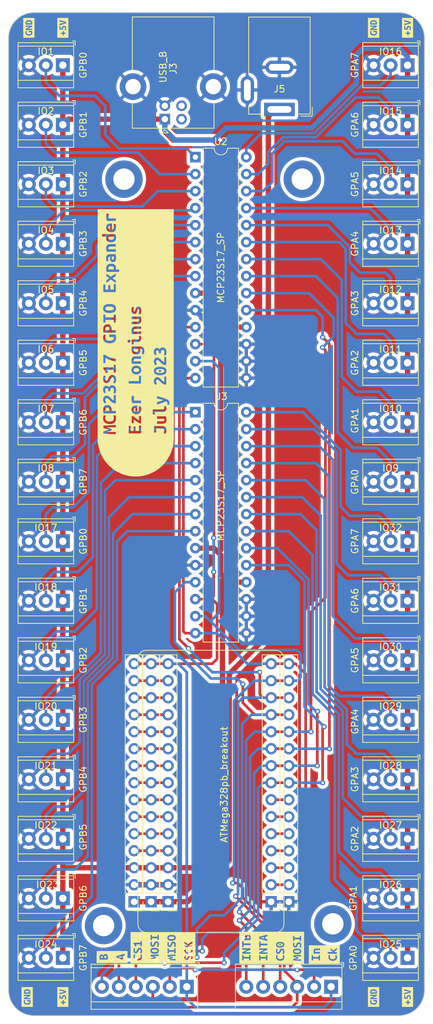
<source format=kicad_pcb>
(kicad_pcb (version 20221018) (generator pcbnew)
  (layers (0 "F.Cu" signal) (31 "B.Cu" signal) (34 "B.Paste" user) (35 "F.Paste" user) (36 "B.SilkS" user "B.Silkscreen") (37 "F.SilkS" user "F.Silkscreen") (38 "B.Mask" user) (39 "F.Mask" user) (44 "Edge.Cuts" user))
  (net 0 "")
  (net 1 "+5V")
  (net 2 "Net-(IO1-Pin_2)")
  (net 3 "GND")
  (net 4 "Net-(IO2-Pin_2)")
  (net 5 "Net-(IO3-Pin_2)")
  (net 6 "Net-(IO4-Pin_2)")
  (net 7 "Net-(IO5-Pin_2)")
  (net 8 "Net-(IO6-Pin_2)")
  (net 9 "Net-(IO7-Pin_2)")
  (net 10 "Net-(IO8-Pin_2)")
  (net 11 "Net-(IO9-Pin_2)")
  (net 12 "Net-(IO10-Pin_2)")
  (net 13 "Net-(IO11-Pin_2)")
  (net 14 "Net-(IO12-Pin_2)")
  (net 15 "Net-(IO13-Pin_2)")
  (net 16 "Net-(IO14-Pin_2)")
  (net 17 "Net-(IO15-Pin_2)")
  (net 18 "Net-(IO16-Pin_2)")
  (net 19 "Net-(IO17-Pin_2)")
  (net 20 "Net-(IO18-Pin_2)")
  (net 21 "Net-(IO19-Pin_2)")
  (net 22 "Net-(IO20-Pin_2)")
  (net 23 "Net-(IO21-Pin_2)")
  (net 24 "Net-(IO22-Pin_2)")
  (net 25 "Net-(IO23-Pin_2)")
  (net 26 "Net-(IO24-Pin_2)")
  (net 27 "Net-(IO25-Pin_2)")
  (net 28 "Net-(IO26-Pin_2)")
  (net 29 "Net-(IO27-Pin_2)")
  (net 30 "Net-(IO28-Pin_2)")
  (net 31 "Net-(IO29-Pin_2)")
  (net 32 "Net-(IO30-Pin_2)")
  (net 33 "Net-(IO31-Pin_2)")
  (net 34 "Net-(IO32-Pin_2)")
  (net 35 "SCK")
  (net 36 "MISO")
  (net 37 "MOSI")
  (net 38 "CS1")
  (net 39 "INTA1")
  (net 40 "INTB1")
  (net 41 "CS0")
  (net 42 "INTA0")
  (net 43 "INTB0")
  (net 46 "Net-(J4-Pin_2)")
  (net 47 "Net-(J4-Pin_3)")
  (net 48 "Net-(J4-Pin_4)")
  (net 49 "Net-(J4-Pin_5)")
  (net 50 "Net-(J4-Pin_6)")
  (net 51 "Net-(J4-Pin_7)")
  (net 52 "Net-(J6-Pin_4)")
  (net 53 "Net-(J6-Pin_5)")
  (net 54 "Net-(J6-Pin_6)")
  (net 55 "Net-(J6-Pin_7)")
  (net 56 "Net-(J6-Pin_8)")
  (net 57 "Net-(J6-Pin_9)")
  (net 58 "Net-(J6-Pin_10)")
  (net 59 "Net-(J6-Pin_11)")
  (net 60 "Net-(J6-Pin_12)")
  (net 61 "Net-(J6-Pin_13)")
  (net 62 "Net-(J6-Pin_14)")
  (net 63 "VIN")
  (footprint "MountingHole:MountingHole_3.2mm_M3_DIN965_Pad" (layer "F.Cu") (at 116.332 52.832)
    (fp_text reference "H2")
    (fp_text value "MountingHole")
  )
  (footprint "TerminalBlock_TE-Connectivity:TerminalBlock_TE_282834-3_1x03_P2.54mm_Horizontal" (layer "F.Cu") (at 132.08 62.484 180)
    (fp_text reference "IO13")
    (fp_text value "GPA4")
  )
  (footprint "kibuzzard-64B05998" (layer "F.Cu") (at 91.4146 77.2922 90)
    (fp_text reference "kibuzzard-64B05998" hide)
    (fp_text value "G***" hide)
  )
  (footprint "TerminalBlock_TE-Connectivity:TerminalBlock_TE_282834-3_1x03_P2.54mm_Horizontal" (layer "F.Cu") (at 132.08 80.264 180)
    (fp_text reference "IO11")
    (fp_text value "GPA2")
  )
  (footprint "TerminalBlock_TE-Connectivity:TerminalBlock_TE_282834-3_1x03_P2.54mm_Horizontal" (layer "F.Cu") (at 80.518 160.274 180)
    (fp_text reference "IO23")
    (fp_text value "GPB6")
  )
  (footprint "TerminalBlock_TE-Connectivity:TerminalBlock_TE_282834-3_1x03_P2.54mm_Horizontal" (layer "F.Cu") (at 80.518 53.594 180)
    (fp_text reference "IO3")
    (fp_text value "GPB2")
  )
  (footprint "MountingHole:MountingHole_3.2mm_M3_DIN965_Pad" (layer "F.Cu") (at 86.614 164.338)
    (fp_text reference "H3")
    (fp_text value "MountingHole")
  )
  (footprint "Connector_PinHeader_2.54mm:PinHeader_1x15_P2.54mm_Vertical" (layer "F.Cu") (at 91.186 160.782 180)
    (fp_text reference "J7")
    (fp_text value "Conn_01x15_Male")
  )
  (footprint "TerminalBlock_TE-Connectivity:TerminalBlock_TE_282834-3_1x03_P2.54mm_Horizontal" (layer "F.Cu") (at 80.518 62.484 180)
    (fp_text reference "IO4")
    (fp_text value "GPB3")
  )
  (footprint "TerminalBlock_TE-Connectivity:TerminalBlock_TE_282834-3_1x03_P2.54mm_Horizontal" (layer "F.Cu") (at 80.518 124.714 180)
    (fp_text reference "IO19")
    (fp_text value "GPB2")
  )
  (footprint "TerminalBlock_TE-Connectivity:TerminalBlock_TE_282834-3_1x03_P2.54mm_Horizontal" (layer "F.Cu") (at 132.08 98.044 180)
    (fp_text reference "IO9")
    (fp_text value "GPA0")
  )
  (footprint "TerminalBlock_TE-Connectivity:TerminalBlock_TE_282834-3_1x03_P2.54mm_Horizontal" (layer "F.Cu") (at 80.518 44.704 180)
    (fp_text reference "IO2")
    (fp_text value "GPB1")
  )
  (footprint "TerminalBlock_TE-Connectivity:TerminalBlock_TE_282834-3_1x03_P2.54mm_Horizontal" (layer "F.Cu") (at 132.08 106.934 180)
    (fp_text reference "IO32")
    (fp_text value "GPA7")
  )
  (footprint "TerminalBlock_TE-Connectivity:TerminalBlock_TE_282834-3_1x03_P2.54mm_Horizontal" (layer "F.Cu") (at 132.08 35.814 180)
    (fp_text reference "IO16")
    (fp_text value "GPA7")
  )
  (footprint "TerminalBlock_TE-Connectivity:TerminalBlock_TE_282834-3_1x03_P2.54mm_Horizontal" (layer "F.Cu") (at 132.08 151.384 180)
    (fp_text reference "IO27")
    (fp_text value "GPA2")
  )
  (footprint "TerminalBlock_TE-Connectivity:TerminalBlock_TE_282834-3_1x03_P2.54mm_Horizontal" (layer "F.Cu") (at 80.518 106.934 180)
    (fp_text reference "IO17")
    (fp_text value "GPB0")
  )
  (footprint "kibuzzard-64B05493" (layer "F.Cu") (at 80.518 30.226 90)
    (fp_text reference "kibuzzard-64B05493" hide)
    (fp_text value "G***" hide)
  )
  (footprint "TerminalBlock_TE-Connectivity:TerminalBlock_TE_282834-3_1x03_P2.54mm_Horizontal" (layer "F.Cu") (at 132.08 133.604 180)
    (fp_text reference "IO29")
    (fp_text value "GPA4")
  )
  (footprint "TerminalBlock_TE-Connectivity:TerminalBlock_TE_282834-3_1x03_P2.54mm_Horizontal" (layer "F.Cu") (at 80.518 35.814 180)
    (fp_text reference "IO1")
    (fp_text value "GPB0")
  )
  (footprint "TerminalBlock_TE-Connectivity:TerminalBlock_TE_282834-3_1x03_P2.54mm_Horizontal" (layer "F.Cu") (at 80.518 115.824 180)
    (fp_text reference "IO18")
    (fp_text value "GPB1")
  )
  (footprint "kibuzzard-64B05493" (layer "F.Cu") (at 80.518 175.006 90)
    (fp_text reference "kibuzzard-64B05493" hide)
    (fp_text value "G***" hide)
  )
  (footprint "kibuzzard-64B056E4" (layer "F.Cu") (at 111.76 167.64 90)
    (fp_text reference "kibuzzard-64B056E4" hide)
    (fp_text value "G***" hide)
  )
  (footprint "TerminalBlock_TE-Connectivity:TerminalBlock_TE_282834-3_1x03_P2.54mm_Horizontal" (layer "F.Cu") (at 80.518 71.374 180)
    (fp_text reference "IO5")
    (fp_text value "GPB4")
  )
  (footprint "TerminalBlock_TE-Connectivity:TerminalBlock_TE_282834-3_1x03_P2.54mm_Horizontal" (layer "F.Cu") (at 80.518 98.044 180)
    (fp_text reference "IO8")
    (fp_text value "GPB7")
  )
  (footprint "EzerLonginus:ATMega328pb_breakout" (layer "F.Cu") (at 102.6695 143.5354 180)
    (fp_text reference "U1")
    (fp_text value "ATMega328pb_breakout")
  )
  (footprint "TerminalBlock_TE-Connectivity:TerminalBlock_TE_282834-6_1x06_P2.54mm_Horizontal" (layer "F.Cu") (at 99.06 173.482 180)
    (fp_text reference "J1")
    (fp_text value "Screw_Terminal_01x06")
  )
  (footprint "Connector_PinHeader_2.54mm:PinHeader_1x15_P2.54mm_Vertical" (layer "F.Cu") (at 96.266 160.782 180)
    (fp_text reference "J6")
    (fp_text value "Conn_01x15_Male")
  )
  (footprint "TerminalBlock_TE-Connectivity:TerminalBlock_TE_282834-3_1x03_P2.54mm_Horizontal" (layer "F.Cu") (at 80.518 89.154 180)
    (fp_text reference "IO7")
    (fp_text value "GPB6")
  )
  (footprint "kibuzzard-64B0572C" (layer "F.Cu") (at 87.884 169.037 90)
    (fp_text reference "kibuzzard-64B0572C" hide)
    (fp_text value "G***" hide)
  )
  (footprint "kibuzzard-64B05466" (layer "F.Cu") (at 75.438 30.226 90)
    (fp_text reference "kibuzzard-64B05466" hide)
    (fp_text value "G***" hide)
  )
  (footprint "kibuzzard-64B0570E" (layer "F.Cu") (at 95.504 167.64 90)
    (fp_text reference "kibuzzard-64B0570E" hide)
    (fp_text value "G***" hide)
  )
  (footprint "TerminalBlock_TE-Connectivity:TerminalBlock_TE_282834-3_1x03_P2.54mm_Horizontal" (layer "F.Cu") (at 132.08 169.164 180)
    (fp_text reference "IO25")
    (fp_text value "GPA0")
  )
  (footprint "TerminalBlock_TE-Connectivity:TerminalBlock_TE_282834-6_1x06_P2.54mm_Horizontal" (layer "F.Cu") (at 120.65 173.482 180)
    (fp_text reference "J2")
    (fp_text value "Screw_Terminal_01x06")
  )
  (footprint "TerminalBlock_TE-Connectivity:TerminalBlock_TE_282834-3_1x03_P2.54mm_Horizontal" (layer "F.Cu") (at 80.518 142.494 180)
    (fp_text reference "IO21")
    (fp_text value "GPB4")
  )
  (footprint "Package_DIP:DIP-28_W7.62mm" (layer "F.Cu") (at 100.34 87.64)
    (fp_text reference "U3")
    (fp_text value "MCP23S17_SP")
  )
  (footprint "Package_DIP:DIP-28_W7.62mm" (layer "F.Cu") (at 100.34 49.54)
    (fp_text reference "U2")
    (fp_text value "MCP23S17_SP")
  )
  (footprint "kibuzzard-64B0577B" (layer "F.Cu") (at 119.634 168.656 90)
    (fp_text reference "kibuzzard-64B0577B" hide)
    (fp_text value "G***" hide)
  )
  (footprint "TerminalBlock_TE-Connectivity:TerminalBlock_TE_282834-3_1x03_P2.54mm_Horizontal" (layer "F.Cu") (at 132.08 115.824 180)
    (fp_text reference "IO31")
    (fp_text value "GPA6")
  )
  (footprint "TerminalBlock_TE-Connectivity:TerminalBlock_TE_282834-3_1x03_P2.54mm_Horizontal" (layer "F.Cu") (at 80.518 169.164 180)
    (fp_text reference "IO24")
    (fp_text value "GPB7")
  )
  (footprint "TerminalBlock_TE-Connectivity:TerminalBlock_TE_282834-3_1x03_P2.54mm_Horizontal" (layer "F.Cu") (at 132.08 53.594 180)
    (fp_text reference "IO14")
    (fp_text value "GPA5")
  )
  (footprint "TerminalBlock_TE-Connectivity:TerminalBlock_TE_282834-3_1x03_P2.54mm_Horizontal" (layer "F.Cu") (at 132.08 44.704 180)
    (fp_text reference "IO15")
    (fp_text value "GPA6")
  )
  (footprint "Connector_BarrelJack:BarrelJack_GCT_DCJ200-10-A_Horizontal" (layer "F.Cu") (at 112.918 42.418 180)
    (fp_text reference "J5")
    (fp_text value "Barrel_Jack_Switch")
  )
  (footprint "kibuzzard-64B054A6" (layer "F.Cu") (at 75.184 175.006 90)
    (fp_text reference "kibuzzard-64B054A6" hide)
    (fp_text value "G***" hide)
  )
  (footprint "TerminalBlock_TE-Connectivity:TerminalBlock_TE_282834-3_1x03_P2.54mm_Horizontal" (layer "F.Cu") (at 132.08 71.374 180)
    (fp_text reference "IO12")
    (fp_text value "GPA3")
  )
  (footprint "kibuzzard-64B054A6" (layer "F.Cu") (at 127 175.006 90)
    (fp_text reference "kibuzzard-64B054A6" hide)
    (fp_text value "G***" hide)
  )
  (footprint "kibuzzard-64B054A6" (layer "F.Cu") (at 127 30.226 90)
    (fp_text reference "kibuzzard-64B054A6" hide)
    (fp_text value "G***" hide)
  )
  (footprint "kibuzzard-64B05493" (layer "F.Cu") (at 132.08 175.006 90)
    (fp_text reference "kibuzzard-64B05493" hide)
    (fp_text value "G***" hide)
  )
  (footprint "TerminalBlock_TE-Connectivity:TerminalBlock_TE_282834-3_1x03_P2.54mm_Horizontal" (layer "F.Cu") (at 132.08 142.494 180)
    (fp_text reference "IO28")
    (fp_text value "GPA3")
  )
  (footprint "Connector_PinHeader_2.54mm:PinHeader_1x15_P2.54mm_Vertical" (layer "F.Cu") (at 114.316 160.782 180)
    (fp_text reference "J4")
    (fp_text value "Conn_01x15_Male")
  )
  (footprint "TerminalBlock_TE-Connectivity:TerminalBlock_TE_282834-3_1x03_P2.54mm_Horizontal" (layer "F.Cu") (at 80.518 133.604 180)
    (fp_text reference "IO20")
    (fp_text value "GPB3")
  )
  (footprint "TerminalBlock_TE-Connectivity:TerminalBlock_TE_282834-3_1x03_P2.54mm_Horizontal" (layer "F.Cu") (at 132.08 124.714 180)
    (fp_text reference "IO30")
    (fp_text value "GPA5")
  )
  (footprint "kibuzzard-64B05493" (layer "F.Cu") (at 132.08 30.226 90)
    (fp_text reference "kibuzzard-64B05493" hide)
    (fp_text value "G***" hide)
  )
  (footprint "MountingHole:MountingHole_3.2mm_M3_DIN965_Pad" (layer "F.Cu") (at 120.904 164.084)
    (fp_text reference "H4")
    (fp_text value "MountingHole")
  )
  (footprint "TerminalBlock_TE-Connectivity:TerminalBlock_TE_282834-3_1x03_P2.54mm_Horizontal" (layer "F.Cu") (at 132.08 89.154 180)
    (fp_text reference "IO10")
    (fp_text value "GPA1")
  )
  (footprint "MountingHole:MountingHole_3.2mm_M3_DIN965_Pad" (layer "F.Cu") (at 89.662 52.832)
    (fp_text reference "H1")
    (fp_text value "MountingHole")
  )
  (footprint "Connector_USB:USB_B_Lumberg_2411_02_Horizontal" (layer "F.Cu") (at 95.778 43.8715 90)
    (fp_text reference "J3")
    (fp_text value "USB_B")
  )
  (footprint "TerminalBlock_TE-Connectivity:TerminalBlock_TE_282834-3_1x03_P2.54mm_Horizontal" (layer "F.Cu") (at 132.08 160.274 180)
    (fp_text reference "IO26")
    (fp_text value "GPA1")
  )
  (footprint "TerminalBlock_TE-Connectivity:TerminalBlock_TE_282834-3_1x03_P2.54mm_Horizontal" (layer "F.Cu") (at 80.518 80.264 180)
    (fp_text reference "IO6")
    (fp_text value "GPB5")
  )
  (footprint "TerminalBlock_TE-Connectivity:TerminalBlock_TE_282834-3_1x03_P2.54mm_Horizontal" (layer "F.Cu") (at 80.518 151.384 180)
    (fp_text reference "IO22")
    (fp_text value "GPB5")
  )
  (gr_line (start 134.62 173.99) (end 134.62 31.75) (stroke (width 0.1)) (layer "Edge.Cuts"))
  (gr_arc (start 134.62 173.99) (mid 133.504077 176.684077) (end 130.81 177.8) (stroke (width 0.1)) (layer "Edge.Cuts"))
  (gr_line (start 130.81 27.94) (end 76.2 27.94) (stroke (width 0.1)) (layer "Edge.Cuts"))
  (gr_line (start 76.2 177.8) (end 130.81 177.8) (stroke (width 0.1)) (layer "Edge.Cuts"))
  (gr_arc (start 130.81 27.94) (mid 133.504077 29.055923) (end 134.62 31.75) (stroke (width 0.1)) (layer "Edge.Cuts"))
  (gr_line (start 72.39 31.75) (end 72.39 173.99) (stroke (width 0.1)) (layer "Edge.Cuts"))
  (gr_arc (start 76.2 177.8) (mid 73.505923 176.684077) (end 72.39 173.99) (stroke (width 0.1)) (layer "Edge.Cuts"))
  (gr_arc (start 72.39 31.75) (mid 73.505923 29.055923) (end 76.2 27.94) (stroke (width 0.1)) (layer "Edge.Cuts"))
  (segment (start 132.08 53.594) (end 132.08 62.484) (width 0.8) (layer "F.Cu") (net 1))
  (segment (start 132.08 35.814) (end 132.08 44.704) (width 0.8) (layer "F.Cu") (net 1))
  (segment (start 95.778 43.8715) (end 95.778 45.74) (width 0.8) (layer "F.Cu") (net 1))
  (segment (start 104.14 74.422) (end 104.658 74.94) (width 0.8) (layer "F.Cu") (net 1))
  (segment (start 132.08 44.704) (end 132.08 53.594) (width 0.8) (layer "F.Cu") (net 1))
  (segment (start 104.658 74.94) (end 107.96 74.94) (width 0.8) (layer "F.Cu") (net 1))
  (segment (start 80.518 142.494) (end 80.518 133.604) (width 0.8) (layer "F.Cu") (net 1))
  (segment (start 81.3505 43.8715) (end 80.518 44.704) (width 0.8) (layer "F.Cu") (net 1))
  (segment (start 80.518 80.264) (end 80.518 89.154) (width 0.8) (layer "F.Cu") (net 1))
  (segment (start 80.518 106.934) (end 80.518 115.824) (width 0.8) (layer "F.Cu") (net 1))
  (segment (start 103.124 46.99) (end 104.14 48.006) (width 0.8) (layer "F.Cu") (net 1))
  (segment (start 103.759 108.585) (end 104.14 108.204) (width 0.8) (layer "F.Cu") (net 1))
  (segment (start 103.886 74.168) (end 104.14 74.422) (width 0.8) (layer "F.Cu") (net 1))
  (segment (start 97.028 46.99) (end 103.124 46.99) (width 0.8) (layer "F.Cu") (net 1))
  (segment (start 103.759 108.585) (end 104.14 108.966) (width 0.8) (layer "F.Cu") (net 1))
  (segment (start 104.394 154.178) (end 104.394 112.776) (width 0.8) (layer "F.Cu") (net 1))
  (segment (start 80.518 151.384) (end 80.518 142.494) (width 0.8) (layer "F.Cu") (net 1))
  (segment (start 96.266 155.702) (end 102.87 155.702) (width 0.8) (layer "F.Cu") (net 1))
  (segment (start 100.34 107.96) (end 103.134 107.96) (width 0.8) (layer "F.Cu") (net 1))
  (segment (start 80.518 169.164) (end 80.518 160.274) (width 0.8) (layer "F.Cu") (net 1))
  (segment (start 100.34 69.86) (end 102.88 69.86) (width 0.8) (layer "F.Cu") (net 1))
  (segment (start 103.886 70.866) (end 103.886 74.168) (width 0.8) (layer "F.Cu") (net 1))
  (segment (start 80.518 62.484) (end 80.518 71.374) (width 0.8) (layer "F.Cu") (net 1))
  (segment (start 132.08 106.934) (end 132.08 115.824) (width 0.8) (layer "F.Cu") (net 1))
  (segment (start 103.505 70.485) (end 103.886 70.866) (width 0.8) (layer "F.Cu") (net 1))
  (segment (start 96.266 155.702) (end 93.716 155.702) (width 0.8) (layer "F.Cu") (net 1))
  (segment (start 132.08 98.044) (end 132.08 106.934) (width 0.8) (layer "F.Cu") (net 1))
  (segment (start 132.08 151.384) (end 132.08 160.274) (width 0.8) (layer "F.Cu") (net 1))
  (segment (start 104.14 108.204) (end 104.14 74.422) (width 0.8) (layer "F.Cu") (net 1))
  (segment (start 104.14 111.76) (end 104.775 112.395) (width 0.8) (layer "F.Cu") (net 1))
  (segment (start 93.716 155.702) (end 91.186 155.702) (width 0.8) (layer "F.Cu") (net 1))
  (segment (start 104.14 108.966) (end 104.14 111.76) (width 0.8) (layer "F.Cu") (net 1))
  (segment (start 132.08 124.714) (end 132.08 133.604) (width 0.8) (layer "F.Cu") (net 1))
  (segment (start 104.14 69.85) (end 103.505 70.485) (width 0.8) (layer "F.Cu") (net 1))
  (segment (start 132.08 71.374) (end 132.08 80.264) (width 0.8) (layer "F.Cu") (net 1))
  (segment (start 105.42 113.04) (end 107.96 113.04) (width 0.8) (layer "F.Cu") (net 1))
  (segment (start 132.08 142.494) (end 132.08 151.384) (width 0.8) (layer "F.Cu") (net 1))
  (segment (start 80.518 124.714) (end 80.518 115.824) (width 0.8) (layer "F.Cu") (net 1))
  (segment (start 102.87 155.702) (end 104.394 154.178) (width 0.8) (layer "F.Cu") (net 1))
  (segment (start 80.518 35.814) (end 80.518 44.704) (width 0.8) (layer "F.Cu") (net 1))
  (segment (start 102.88 69.86) (end 103.505 70.485) (width 0.8) (layer "F.Cu") (net 1))
  (segment (start 95.778 43.8715) (end 81.3505 43.8715) (width 0.8) (layer "F.Cu") (net 1))
  (segment (start 91.186 155.702) (end 80.518 155.702) (width 0.8) (layer "F.Cu") (net 1))
  (segment (start 80.518 53.594) (end 80.518 62.484) (width 0.8) (layer "F.Cu") (net 1))
  (segment (start 80.518 98.044) (end 80.518 106.934) (width 0.8) (layer "F.Cu") (net 1))
  (segment (start 80.518 155.702) (end 80.518 151.384) (width 0.8) (layer "F.Cu") (net 1))
  (segment (start 132.08 89.154) (end 132.08 98.044) (width 0.8) (layer "F.Cu") (net 1))
  (segment (start 132.08 160.274) (end 132.08 169.164) (width 0.8) (layer "F.Cu") (net 1))
  (segment (start 104.14 48.006) (end 104.14 69.85) (width 0.8) (layer "F.Cu") (net 1))
  (segment (start 80.518 71.374) (end 80.518 80.264) (width 0.8) (layer "F.Cu") (net 1))
  (segment (start 80.518 160.274) (end 80.518 155.702) (width 0.8) (layer "F.Cu") (net 1))
  (segment (start 95.778 45.74) (end 97.028 46.99) (width 0.8) (layer "F.Cu") (net 1))
  (segment (start 132.08 62.484) (end 132.08 71.374) (width 0.8) (layer "F.Cu") (net 1))
  (segment (start 80.518 98.044) (end 80.518 89.154) (width 0.8) (layer "F.Cu") (net 1))
  (segment (start 103.134 107.96) (end 103.759 108.585) (width 0.8) (layer "F.Cu") (net 1))
  (segment (start 132.08 115.824) (end 132.08 124.714) (width 0.8) (layer "F.Cu") (net 1))
  (segment (start 104.394 112.776) (end 104.775 112.395) (width 0.8) (layer "F.Cu") (net 1))
  (segment (start 80.518 44.704) (end 80.518 53.594) (width 0.8) (layer "F.Cu") (net 1))
  (segment (start 104.775 112.395) (end 105.42 113.04) (width 0.8) (layer "F.Cu") (net 1))
  (segment (start 132.08 133.604) (end 132.08 142.494) (width 0.8) (layer "F.Cu") (net 1))
  (segment (start 132.08 80.264) (end 132.08 89.154) (width 0.8) (layer "F.Cu") (net 1))
  (segment (start 80.518 133.604) (end 80.518 124.714) (width 0.8) (layer "F.Cu") (net 1))
  (segment (start 124.46 38.492629) (end 117.77863 45.174) (width 0.8) (layer "B.Cu") (net 1))
  (segment (start 117.77863 45.174) (end 104.94 45.174) (width 0.8) (layer "B.Cu") (net 1))
  (segment (start 97.282 46.99) (end 95.778 45.486) (width 0.8) (layer "B.Cu") (net 1))
  (segment (start 124.46 34.29) (end 124.46 38.492629) (width 0.8) (layer "B.Cu") (net 1))
  (segment (start 104.94 45.174) (end 103.124 46.99) (width 0.8) (layer "B.Cu") (net 1))
  (segment (start 130.81 33.274) (end 125.476 33.274) (width 0.8) (layer "B.Cu") (net 1))
  (segment (start 132.08 35.814) (end 132.08 34.544) (width 0.8) (layer "B.Cu") (net 1))
  (segment (start 125.476 33.274) (end 124.46 34.29) (width 0.8) (layer "B.Cu") (net 1))
  (segment (start 132.08 34.544) (end 130.81 33.274) (width 0.8) (layer "B.Cu") (net 1))
  (segment (start 95.778 45.486) (end 95.778 43.8715) (width 0.8) (layer "B.Cu") (net 1))
  (segment (start 103.124 46.99) (end 97.282 46.99) (width 0.8) (layer "B.Cu") (net 1))
  (segment (start 99.06 48.26) (end 88.9 48.26) (width 0.4) (layer "B.Cu") (net 2))
  (segment (start 86.868 46.228) (end 86.868 41.91) (width 0.4) (layer "B.Cu") (net 2))
  (segment (start 77.978 38.354) (end 77.978 35.814) (width 0.4) (layer "B.Cu") (net 2))
  (segment (start 85.344 40.386) (end 80.01 40.386) (width 0.4) (layer "B.Cu") (net 2))
  (segment (start 88.9 48.26) (end 86.868 46.228) (width 0.4) (layer "B.Cu") (net 2))
  (segment (start 86.868 41.91) (end 85.344 40.386) (width 0.4) (layer "B.Cu") (net 2))
  (segment (start 100.34 49.54) (end 99.06 48.26) (width 0.4) (layer "B.Cu") (net 2))
  (segment (start 80.01 40.386) (end 77.978 38.354) (width 0.4) (layer "B.Cu") (net 2))
  (segment (start 91.186 158.242) (end 93.716 158.242) (width 0.8) (layer "F.Cu") (net 3))
  (segment (start 93.716 158.242) (end 96.266 158.242) (width 0.8) (layer "F.Cu") (net 3))
  (segment (start 105.42 77.48) (end 100.34 72.4) (width 0.8) (layer "B.Cu") (net 3))
  (segment (start 107.96 77.48) (end 105.42 77.48) (width 0.8) (layer "B.Cu") (net 3))
  (segment (start 95.006 52.08) (end 91.786 48.86) (width 0.4) (layer "B.Cu") (net 4))
  (segment (start 95.006 52.08) (end 100.34 52.08) (width 0.4) (layer "B.Cu") (net 4))
  (segment (start 91.786 48.86) (end 79.34 48.86) (width 0.4) (layer "B.Cu") (net 4))
  (segment (start 77.978 44.704) (end 77.978 47.498) (width 0.4) (layer "B.Cu") (net 4))
  (segment (start 79.34 48.86) (end 78.994 48.514) (width 0.4) (layer "B.Cu") (net 4))
  (segment (start 77.978 47.498) (end 78.994 48.514) (width 0.4) (layer "B.Cu") (net 4))
  (segment (start 100.34 54.62) (end 94.732 54.62) (width 0.4) (layer "B.Cu") (net 5))
  (segment (start 94.732 54.62) (end 92.456 56.896) (width 0.4) (layer "B.Cu") (net 5))
  (segment (start 79.248 56.896) (end 77.978 55.626) (width 0.4) (layer "B.Cu") (net 5))
  (segment (start 92.456 56.896) (end 79.248 56.896) (width 0.4) (layer "B.Cu") (net 5))
  (segment (start 77.978 55.626) (end 77.978 53.594) (width 0.4) (layer "B.Cu") (net 5))
  (segment (start 77.978 60.198) (end 80.68 57.496) (width 0.4) (layer "B.Cu") (net 6))
  (segment (start 80.68 57.496) (end 100.004 57.496) (width 0.4) (layer "B.Cu") (net 6))
  (segment (start 100.004 57.496) (end 100.34 57.16) (width 0.4) (layer "B.Cu") (net 6))
  (segment (start 77.978 62.484) (end 77.978 60.198) (width 0.4) (layer "B.Cu") (net 6))
  (segment (start 77.978 71.374) (end 77.978 69.088) (width 0.4) (layer "B.Cu") (net 7))
  (segment (start 88.636 59.7) (end 85.598 62.738) (width 0.4) (layer "B.Cu") (net 7))
  (segment (start 82.296 67.564) (end 79.502 67.564) (width 0.4) (layer "B.Cu") (net 7))
  (segment (start 100.34 59.7) (end 88.636 59.7) (width 0.4) (layer "B.Cu") (net 7))
  (segment (start 85.598 64.262) (end 82.296 67.564) (width 0.4) (layer "B.Cu") (net 7))
  (segment (start 77.978 69.088) (end 79.502 67.564) (width 0.4) (layer "B.Cu") (net 7))
  (segment (start 85.598 62.738) (end 85.598 64.262) (width 0.4) (layer "B.Cu") (net 7))
  (segment (start 85.852 76.708) (end 91.186 71.374) (width 0.4) (layer "B.Cu") (net 8))
  (segment (start 79.248 76.708) (end 85.852 76.708) (width 0.4) (layer "B.Cu") (net 8))
  (segment (start 91.186 66.548) (end 95.494 62.24) (width 0.4) (layer "B.Cu") (net 8))
  (segment (start 77.978 80.264) (end 77.978 77.978) (width 0.4) (layer "B.Cu") (net 8))
  (segment (start 95.494 62.24) (end 100.34 62.24) (width 0.4) (layer "B.Cu") (net 8))
  (segment (start 77.978 77.978) (end 79.248 76.708) (width 0.4) (layer "B.Cu") (net 8))
  (segment (start 91.186 71.374) (end 91.186 66.548) (width 0.4) (layer "B.Cu") (net 8))
  (segment (start 91.786 76.616) (end 91.786 68.488) (width 0.4) (layer "B.Cu") (net 9))
  (segment (start 78.994 84.836) (end 83.566 84.836) (width 0.4) (layer "B.Cu") (net 9))
  (segment (start 83.566 84.836) (end 91.786 76.616) (width 0.4) (layer "B.Cu") (net 9))
  (segment (start 77.978 89.154) (end 77.978 85.852) (width 0.4) (layer "B.Cu") (net 9))
  (segment (start 91.786 68.488) (end 95.494 64.78) (width 0.4) (layer "B.Cu") (net 9))
  (segment (start 95.494 64.78) (end 100.34 64.78) (width 0.4) (layer "B.Cu") (net 9))
  (segment (start 77.978 85.852) (end 78.994 84.836) (width 0.4) (layer "B.Cu") (net 9))
  (segment (start 77.978 95.25) (end 78.994 94.234) (width 0.4) (layer "B.Cu") (net 10))
  (segment (start 83.82 92.456) (end 82.042 94.234) (width 0.4) (layer "B.Cu") (net 10))
  (segment (start 93.802528 67.32) (end 92.386 68.736528) (width 0.4) (layer "B.Cu") (net 10))
  (segment (start 83.82 85.430528) (end 83.82 92.456) (width 0.4) (layer "B.Cu") (net 10))
  (segment (start 92.386 68.736528) (end 92.456 68.806528) (width 0.4) (layer "B.Cu") (net 10))
  (segment (start 100.34 67.32) (end 93.802528 67.32) (width 0.4) (layer "B.Cu") (net 10))
  (segment (start 92.456 68.806528) (end 92.456 76.794528) (width 0.4) (layer "B.Cu") (net 10))
  (segment (start 92.456 76.794528) (end 83.82 85.430528) (width 0.4) (layer "B.Cu") (net 10))
  (segment (start 82.042 94.234) (end 78.994 94.234) (width 0.4) (layer "B.Cu") (net 10))
  (segment (start 77.978 98.044) (end 77.978 95.25) (width 0.4) (layer "B.Cu") (net 10))
  (segment (start 118.374 67.32) (end 121.644 70.59) (width 0.4) (layer "B.Cu") (net 11))
  (segment (start 121.644 90.656) (end 123.952 92.964) (width 0.4) (layer "B.Cu") (net 11))
  (segment (start 107.96 67.32) (end 118.374 67.32) (width 0.4) (layer "B.Cu") (net 11))
  (segment (start 129.54 98.044) (end 129.54 94.996) (width 0.4) (layer "B.Cu") (net 11))
  (segment (start 121.644 70.59) (end 121.644 90.656) (width 0.4) (layer "B.Cu") (net 11))
  (segment (start 129.54 94.996) (end 127.508 92.964) (width 0.4) (layer "B.Cu") (net 11))
  (segment (start 127.508 92.964) (end 123.952 92.964) (width 0.4) (layer "B.Cu") (net 11))
  (segment (start 124.46 84.582) (end 127.762 84.582) (width 0.4) (layer "B.Cu") (net 12))
  (segment (start 119.136 64.78) (end 122.244 67.888) (width 0.4) (layer "B.Cu") (net 12))
  (segment (start 129.54 86.36) (end 129.54 89.154) (width 0.4) (layer "B.Cu") (net 12))
  (segment (start 127.762 84.582) (end 129.54 86.36) (width 0.4) (layer "B.Cu") (net 12))
  (segment (start 107.96 64.78) (end 119.136 64.78) (width 0.4) (layer "B.Cu") (net 12))
  (segment (start 122.244 67.888) (end 122.244 82.366) (width 0.4) (layer "B.Cu") (net 12))
  (segment (start 122.244 82.366) (end 124.46 84.582) (width 0.4) (layer "B.Cu") (net 12))
  (segment (start 122.844 63.240528) (end 121.843472 62.24) (width 0.4) (layer "B.Cu") (net 13))
  (segment (start 129.54 76.962) (end 128.524 75.946) (width 0.4) (layer "B.Cu") (net 13))
  (segment (start 124.46 75.946) (end 122.844 74.33) (width 0.4) (layer "B.Cu") (net 13))
  (segment (start 122.844 74.33) (end 122.844 63.240528) (width 0.4) (layer "B.Cu") (net 13))
  (segment (start 121.843472 62.24) (end 107.96 62.24) (width 0.4) (layer "B.Cu") (net 13))
  (segment (start 129.54 80.264) (end 129.54 76.962) (width 0.4) (layer "B.Cu") (net 13))
  (segment (start 128.524 75.946) (end 124.46 75.946) (width 0.4) (layer "B.Cu") (net 13))
  (segment (start 123.444 65.278) (end 124.968 66.802) (width 0.4) (layer "B.Cu") (net 14))
  (segment (start 120.152 59.7) (end 123.444 62.992) (width 0.4) (layer "B.Cu") (net 14))
  (segment (start 128.778 66.802) (end 129.54 67.564) (width 0.4) (layer "B.Cu") (net 14))
  (segment (start 107.96 59.7) (end 120.152 59.7) (width 0.4) (layer "B.Cu") (net 14))
  (segment (start 123.444 62.992) (end 123.444 65.278) (width 0.4) (layer "B.Cu") (net 14))
  (segment (start 124.968 66.802) (end 128.778 66.802) (width 0.4) (layer "B.Cu") (net 14))
  (segment (start 129.54 67.564) (end 129.54 71.374) (width 0.4) (layer "B.Cu") (net 14))
  (segment (start 129.54 60.198) (end 129.54 62.484) (width 0.4) (layer "B.Cu") (net 15))
  (segment (start 126.502 57.16) (end 129.54 60.198) (width 0.4) (layer "B.Cu") (net 15))
  (segment (start 107.96 57.16) (end 126.502 57.16) (width 0.4) (layer "B.Cu") (net 15))
  (segment (start 111.852 49.016528) (end 113.694528 47.174) (width 0.4) (layer "B.Cu") (net 16))
  (segment (start 127.508 49.022) (end 129.54 51.054) (width 0.4) (layer "B.Cu") (net 16))
  (segment (start 129.54 51.054) (end 129.54 53.594) (width 0.4) (layer "B.Cu") (net 16))
  (segment (start 107.96 54.62) (end 110.48 54.62) (width 0.4) (layer "B.Cu") (net 16))
  (segment (start 111.852 53.248) (end 111.852 49.016528) (width 0.4) (layer "B.Cu") (net 16))
  (segment (start 113.694528 47.174) (end 122.358 47.174) (width 0.4) (layer "B.Cu") (net 16))
  (segment (start 110.48 54.62) (end 111.852 53.248) (width 0.4) (layer "B.Cu") (net 16))
  (segment (start 122.358 47.174) (end 124.206 49.022) (width 0.4) (layer "B.Cu") (net 16))
  (segment (start 124.206 49.022) (end 127.508 49.022) (width 0.4) (layer "B.Cu") (net 16))
  (segment (start 113.446 46.574) (end 111.252 48.768) (width 0.4) (layer "B.Cu") (net 17))
  (segment (start 111.252 50.546) (end 109.718 52.08) (width 0.4) (layer "B.Cu") (net 17))
  (segment (start 127.762 40.64) (end 124.292528 40.64) (width 0.4) (layer "B.Cu") (net 17))
  (segment (start 129.54 44.704) (end 129.54 42.418) (width 0.4) (layer "B.Cu") (net 17))
  (segment (start 124.292528 40.64) (end 118.358528 46.574) (width 0.4) (layer "B.Cu") (net 17))
  (segment (start 109.718 52.08) (end 107.96 52.08) (width 0.4) (layer "B.Cu") (net 17))
  (segment (start 111.252 48.768) (end 111.252 50.546) (width 0.4) (layer "B.Cu") (net 17))
  (segment (start 129.54 42.418) (end 127.762 40.64) (width 0.4) (layer "B.Cu") (net 17))
  (segment (start 118.358528 46.574) (end 113.446 46.574) (width 0.4) (layer "B.Cu") (net 17))
  (segment (start 129.54 37.338) (end 129.54 35.814) (width 0.4) (layer "B.Cu") (net 18))
  (segment (start 125.222 38.862) (end 128.016 38.862) (width 0.4) (layer "B.Cu") (net 18))
  (segment (start 128.016 38.862) (end 129.54 37.338) (width 0.4) (layer "B.Cu") (net 18))
  (segment (start 118.11 45.974) (end 125.222 38.862) (width 0.4) (layer "B.Cu") (net 18))
  (segment (start 107.96 49.54) (end 107.96 48.25) (width 0.4) (layer "B.Cu") (net 18))
  (segment (start 107.96 48.25) (end 110.236 45.974) (width 0.4) (layer "B.Cu") (net 18))
  (segment (start 110.236 45.974) (end 118.11 45.974) (width 0.4) (layer "B.Cu") (net 18))
  (segment (start 77.978 102.87) (end 77.978 106.934) (width 0.4) (layer "B.Cu") (net 19))
  (segment (start 84.42 99.476) (end 82.042 101.854) (width 0.4) (layer "B.Cu") (net 19))
  (segment (start 86.188 87.64) (end 84.42 89.408) (width 0.4) (layer "B.Cu") (net 19))
  (segment (start 78.994 101.854) (end 77.978 102.87) (width 0.4) (layer "B.Cu") (net 19))
  (segment (start 84.42 89.408) (end 84.42 99.476) (width 0.4) (layer "B.Cu") (net 19))
  (segment (start 100.34 87.64) (end 86.188 87.64) (width 0.4) (layer "B.Cu") (net 19))
  (segment (start 82.042 101.854) (end 78.994 101.854) (width 0.4) (layer "B.Cu") (net 19))
  (segment (start 85.02 109.29) (end 85.02 92.526) (width 0.4) (layer "B.Cu") (net 20))
  (segment (start 79.248 111.506) (end 82.804 111.506) (width 0.4) (layer "B.Cu") (net 20))
  (segment (start 77.978 112.776) (end 79.248 111.506) (width 0.4) (layer "B.Cu") (net 20))
  (segment (start 77.978 115.824) (end 77.978 112.776) (width 0.4) (layer "B.Cu") (net 20))
  (segment (start 82.804 111.506) (end 85.02 109.29) (width 0.4) (layer "B.Cu") (net 20))
  (segment (start 85.02 92.526) (end 87.366 90.18) (width 0.4) (layer "B.Cu") (net 20))
  (segment (start 87.366 90.18) (end 100.34 90.18) (width 0.4) (layer "B.Cu") (net 20))
  (segment (start 85.62 94.212) (end 85.62 117.072) (width 0.4) (layer "B.Cu") (net 21))
  (segment (start 82.296 120.396) (end 79.502 120.396) (width 0.4) (layer "B.Cu") (net 21))
  (segment (start 87.112 92.72) (end 85.62 94.212) (width 0.4) (layer "B.Cu") (net 21))
  (segment (start 79.502 120.396) (end 77.978 121.92) (width 0.4) (layer "B.Cu") (net 21))
  (segment (start 77.978 121.92) (end 77.978 124.714) (width 0.4) (layer "B.Cu") (net 21))
  (segment (start 100.34 92.72) (end 87.112 92.72) (width 0.4) (layer "B.Cu") (net 21))
  (segment (start 85.62 117.072) (end 82.296 120.396) (width 0.4) (layer "B.Cu") (net 21))
  (segment (start 81.788 128.016) (end 86.22 123.584) (width 0.4) (layer "B.Cu") (net 22))
  (segment (start 89.144 95.26) (end 100.34 95.26) (width 0.4) (layer "B.Cu") (net 22))
  (segment (start 86.22 98.184) (end 89.144 95.26) (width 0.4) (layer "B.Cu") (net 22))
  (segment (start 77.978 133.604) (end 77.978 130.302) (width 0.4) (layer "B.Cu") (net 22))
  (segment (start 77.978 130.302) (end 80.264 128.016) (width 0.4) (layer "B.Cu") (net 22))
  (segment (start 86.22 123.584) (end 86.22 98.184) (width 0.4) (layer "B.Cu") (net 22))
  (segment (start 80.264 128.016) (end 81.788 128.016) (width 0.4) (layer "B.Cu") (net 22))
  (segment (start 86.82 99.362) (end 86.82 123.832528) (width 0.4) (layer "B.Cu") (net 23))
  (segment (start 100.34 97.8) (end 88.382 97.8) (width 0.4) (layer "B.Cu") (net 23))
  (segment (start 83.058 127.594528) (end 83.058 136.906) (width 0.4) (layer "B.Cu") (net 23))
  (segment (start 83.058 136.906) (end 81.28 138.684) (width 0.4) (layer "B.Cu") (net 23))
  (segment (start 77.978 139.7) (end 77.978 142.494) (width 0.4) (layer "B.Cu") (net 23))
  (segment (start 88.382 97.8) (end 86.82 99.362) (width 0.4) (layer "B.Cu") (net 23))
  (segment (start 81.28 138.684) (end 78.994 138.684) (width 0.4) (layer "B.Cu") (net 23))
  (segment (start 78.994 138.684) (end 77.978 139.7) (width 0.4) (layer "B.Cu") (net 23))
  (segment (start 86.82 123.832528) (end 83.058 127.594528) (width 0.4) (layer "B.Cu") (net 23))
  (segment (start 90.414 100.34) (end 100.34 100.34) (width 0.4) (layer "B.Cu") (net 24))
  (segment (start 77.978 151.384) (end 77.978 147.828) (width 0.4) (layer "B.Cu") (net 24))
  (segment (start 83.658 127.843056) (end 87.42 124.081056) (width 0.4) (layer "B.Cu") (net 24))
  (segment (start 87.42 124.081056) (end 87.42 103.334) (width 0.4) (layer "B.Cu") (net 24))
  (segment (start 79.248 146.558) (end 81.28 146.558) (width 0.4) (layer "B.Cu") (net 24))
  (segment (start 77.978 147.828) (end 79.248 146.558) (width 0.4) (layer "B.Cu") (net 24))
  (segment (start 87.42 103.334) (end 90.414 100.34) (width 0.4) (layer "B.Cu") (net 24))
  (segment (start 83.658 144.18) (end 83.658 127.843056) (width 0.4) (layer "B.Cu") (net 24))
  (segment (start 81.28 146.558) (end 83.658 144.18) (width 0.4) (layer "B.Cu") (net 24))
  (segment (start 77.978 160.274) (end 77.978 157.48) (width 0.4) (layer "B.Cu") (net 25))
  (segment (start 88.02 124.329584) (end 88.02 106.018) (width 0.4) (layer "B.Cu") (net 25))
  (segment (start 84.258 128.091584) (end 88.02 124.329584) (width 0.4) (layer "B.Cu") (net 25))
  (segment (start 79.502 155.956) (end 82.296 155.956) (width 0.4) (layer "B.Cu") (net 25))
  (segment (start 88.02 105.782) (end 90.922 102.88) (width 0.4) (layer "B.Cu") (net 25))
  (segment (start 88.138 105.9) (end 88.02 105.782) (width 0.4) (layer "B.Cu") (net 25))
  (segment (start 84.258 153.994) (end 84.258 128.091584) (width 0.4) (layer "B.Cu") (net 25))
  (segment (start 88.02 106.018) (end 88.138 105.9) (width 0.4) (layer "B.Cu") (net 25))
  (segment (start 77.978 157.48) (end 79.502 155.956) (width 0.4) (layer "B.Cu") (net 25))
  (segment (start 82.296 155.956) (end 84.258 153.994) (width 0.4) (layer "B.Cu") (net 25))
  (segment (start 90.922 102.88) (end 100.34 102.88) (width 0.4) (layer "B.Cu") (net 25))
  (segment (start 88.62 106.96) (end 90.16 105.42) (width 0.4) (layer "B.Cu") (net 26))
  (segment (start 84.858 159.998) (end 84.858 128.340112) (width 0.4) (layer "B.Cu") (net 26))
  (segment (start 77.978 169.164) (end 77.978 166.878) (width 0.4) (layer "B.Cu") (net 26))
  (segment (start 90.16 105.42) (end 100.34 105.42) (width 0.4) (layer "B.Cu") (net 26))
  (segment (start 77.978 166.878) (end 84.858 159.998) (width 0.4) (layer "B.Cu") (net 26))
  (segment (start 88.62 124.578112) (end 88.62 106.96) (width 0.4) (layer "B.Cu") (net 26))
  (segment (start 84.858 128.340112) (end 88.62 124.578112) (width 0.4) (layer "B.Cu") (net 26))
  (segment (start 121.196 157.442) (end 121.196 133.058) (width 0.4) (layer "B.Cu") (net 27))
  (segment (start 117.878 129.74) (end 117.878 108.988) (width 0.4) (layer "B.Cu") (net 27))
  (segment (start 121.196 133.058) (end 117.878 129.74) (width 0.4) (layer "B.Cu") (net 27))
  (segment (start 124.46 160.782) (end 121.158 157.48) (width 0.4) (layer "B.Cu") (net 27))
  (segment (start 129.54 169.164) (end 129.54 167.64) (width 0.4) (layer "B.Cu") (net 27))
  (segment (start 117.878 108.988) (end 114.31 105.42) (width 0.4) (layer "B.Cu") (net 27))
  (segment (start 121.158 157.48) (end 121.196 157.442) (width 0.4) (layer "B.Cu") (net 27))
  (segment (start 128.016 166.116) (end 125.476 166.116) (width 0.4) (layer "B.Cu") (net 27))
  (segment (start 114.31 105.42) (end 107.96 105.42) (width 0.4) (layer "B.Cu") (net 27))
  (segment (start 129.54 167.64) (end 128.016 166.116) (width 0.4) (layer "B.Cu") (net 27))
  (segment (start 124.46 165.1) (end 124.46 160.782) (width 0.4) (layer "B.Cu") (net 27))
  (segment (start 125.476 166.116) (end 124.46 165.1) (width 0.4) (layer "B.Cu") (net 27))
  (segment (start 118.569472 129.491472) (end 118.478 129.491472) (width 0.4) (layer "B.Cu") (net 28))
  (segment (start 129.54 157.988) (end 128.016 156.464) (width 0.4) (layer "B.Cu") (net 28))
  (segment (start 118.478 105.27) (end 116.088 102.88) (width 0.4) (layer "B.Cu") (net 28))
  (segment (start 129.54 160.274) (end 129.54 157.988) (width 0.4) (layer "B.Cu") (net 28))
  (segment (start 121.796 132.718) (end 118.569472 129.491472) (width 0.4) (layer "B.Cu") (net 28))
  (segment (start 124.968 156.464) (end 121.796 153.292) (width 0.4) (layer "B.Cu") (net 28))
  (segment (start 118.478 129.491472) (end 118.478 105.27) (width 0.4) (layer "B.Cu") (net 28))
  (segment (start 116.088 102.88) (end 107.96 102.88) (width 0.4) (layer "B.Cu") (net 28))
  (segment (start 121.796 153.292) (end 121.796 132.718) (width 0.4) (layer "B.Cu") (net 28))
  (segment (start 128.016 156.464) (end 124.968 156.464) (width 0.4) (layer "B.Cu") (net 28))
  (segment (start 129.54 151.384) (end 129.54 149.352) (width 0.4) (layer "B.Cu") (net 29))
  (segment (start 116.342 100.34) (end 107.96 100.34) (width 0.4) (layer "B.Cu") (net 29))
  (segment (start 125.222 148.082) (end 122.396 145.256) (width 0.4) (layer "B.Cu") (net 29))
  (segment (start 119.078 128.984) (end 119.078 103.076) (width 0.4) (layer "B.Cu") (net 29))
  (segment (start 128.27 148.082) (end 125.222 148.082) (width 0.4) (layer "B.Cu") (net 29))
  (segment (start 119.078 103.076) (end 116.342 100.34) (width 0.4) (layer "B.Cu") (net 29))
  (segment (start 122.396 132.302) (end 119.078 128.984) (width 0.4) (layer "B.Cu") (net 29))
  (segment (start 129.54 149.352) (end 128.27 148.082) (width 0.4) (layer "B.Cu") (net 29))
  (segment (start 122.396 145.256) (end 122.396 132.302) (width 0.4) (layer "B.Cu") (net 29))
  (segment (start 128.524 138.684) (end 124.46 138.684) (width 0.4) (layer "B.Cu") (net 30))
  (segment (start 119.678 100.628) (end 116.85 97.8) (width 0.4) (layer "B.Cu") (net 30))
  (segment (start 129.54 139.7) (end 128.524 138.684) (width 0.4) (layer "B.Cu") (net 30))
  (segment (start 119.678 128.735472) (end 119.678 100.628) (width 0.4) (layer "B.Cu") (net 30))
  (segment (start 129.54 142.494) (end 129.54 139.7) (width 0.4) (layer "B.Cu") (net 30))
  (segment (start 122.996 137.22) (end 122.996 132.053472) (width 0.4) (layer "B.Cu") (net 30))
  (segment (start 124.46 138.684) (end 122.996 137.22) (width 0.4) (layer "B.Cu") (net 30))
  (segment (start 122.996 132.053472) (end 119.678 128.735472) (width 0.4) (layer "B.Cu") (net 30))
  (segment (start 116.85 97.8) (end 107.96 97.8) (width 0.4) (layer "B.Cu") (net 30))
  (segment (start 129.54 133.604) (end 129.54 131.318) (width 0.4) (layer "B.Cu") (net 31))
  (segment (start 120.278 128.486944) (end 120.278 97.164) (width 0.4) (layer "B.Cu") (net 31))
  (segment (start 128.27 130.048) (end 121.839056 130.048) (width 0.4) (layer "B.Cu") (net 31))
  (segment (start 120.278 97.164) (end 118.374 95.26) (width 0.4) (layer "B.Cu") (net 31))
  (segment (start 129.54 131.318) (end 128.27 130.048) (width 0.4) (layer "B.Cu") (net 31))
  (segment (start 121.839056 130.048) (end 120.278 128.486944) (width 0.4) (layer "B.Cu") (net 31))
  (segment (start 118.374 95.26) (end 107.96 95.26) (width 0.4) (layer "B.Cu") (net 31))
  (segment (start 124.206 121.412) (end 120.878 118.084) (width 0.4) (layer "B.Cu") (net 32))
  (segment (start 129.54 124.714) (end 129.54 122.936) (width 0.4) (layer "B.Cu") (net 32))
  (segment (start 120.878 118.084) (end 120.878 94.716) (width 0.4) (layer "B.Cu") (net 32))
  (segment (start 118.882 92.72) (end 107.96 92.72) (width 0.4) (layer "B.Cu") (net 32))
  (segment (start 129.54 122.936) (end 128.016 121.412) (width 0.4) (layer "B.Cu") (net 32))
  (segment (start 120.878 94.716) (end 118.882 92.72) (width 0.4) (layer "B.Cu") (net 32))
  (segment (start 128.016 121.412) (end 124.206 121.412) (width 0.4) (layer "B.Cu") (net 32))
  (segment (start 121.478 93.538) (end 118.12 90.18) (width 0.4) (layer "B.Cu") (net 33))
  (segment (start 123.19 112.014) (end 121.478 110.302) (width 0.4) (layer "B.Cu") (net 33))
  (segment (start 128.016 112.014) (end 123.19 112.014) (width 0.4) (layer "B.Cu") (net 33))
  (segment (start 121.478 110.302) (end 121.478 93.538) (width 0.4) (layer "B.Cu") (net 33))
  (segment (start 129.54 113.538) (end 128.016 112.014) (width 0.4) (layer "B.Cu") (net 33))
  (segment (start 129.54 115.824) (end 129.54 113.538) (width 0.4) (layer "B.Cu") (net 33))
  (segment (start 118.12 90.18) (end 107.96 90.18) (width 0.4) (layer "B.Cu") (net 33))
  (segment (start 123.444 103.124) (end 127.762 103.124) (width 0.4) (layer "B.Cu") (net 34))
  (segment (start 122.078 101.758) (end 123.444 103.124) (width 0.4) (layer "B.Cu") (net 34))
  (segment (start 129.54 104.902) (end 129.54 106.934) (width 0.4) (layer "B.Cu") (net 34))
  (segment (start 127.762 103.124) (end 129.54 104.902) (width 0.4) (layer "B.Cu") (net 34))
  (segment (start 122.078 93.289472) (end 122.078 101.758) (width 0.4) (layer "B.Cu") (net 34))
  (segment (start 107.96 87.64) (end 116.428528 87.64) (width 0.4) (layer "B.Cu") (net 34))
  (segment (start 116.428528 87.64) (end 122.078 93.289472) (width 0.4) (layer "B.Cu") (net 34))
  (segment (start 103.0865 111.506) (end 103.0865 115.1095) (width 0.4) (layer "F.Cu") (net 35))
  (segment (start 102.88 115.58) (end 102.616 115.58) (width 0.4) (layer "F.Cu") (net 35))
  (segment (start 103.594 116.294) (end 102.88 115.58) (width 0.4) (layer "F.Cu") (net 35))
  (segment (start 103.594 124.498) (end 103.594 116.294) (width 0.4) (layer "F.Cu") (net 35))
  (segment (start 103.0865 115.1095) (end 102.616 115.58) (width 0.4) (layer "F.Cu") (net 35))
  (segment (start 96.266 125.222) (end 102.87 125.222) (width 0.4) (layer "F.Cu") (net 35))
  (segment (start 91.186 125.222) (end 93.716 125.222) (width 0.4) (layer "F.Cu") (net 35))
  (segment (start 102.098 77.48) (end 102.118 77.48) (width 0.4) (layer "F.Cu") (net 35))
  (segment (start 100.34 77.48) (end 102.098 77.48) (width 0.4) (layer "F.Cu") (net 35))
  (segment (start 103.124 106.3885) (end 103.0865 106.426) (width 0.4) (layer "F.Cu") (net 35))
  (segment (start 102.616 115.58) (end 100.34 115.58) (width 0.4) (layer "F.Cu") (net 35))
  (segment (start 93.716 125.222) (end 96.266 125.222) (width 0.4) (layer "F.Cu") (net 35))
  (segment (start 102.118 77.48) (end 103.124 78.486) (width 0.4) (layer "F.Cu") (net 35))
  (segment (start 103.124 78.486) (end 103.124 106.3885) (width 0.4) (layer "F.Cu") (net 35))
  (segment (start 102.87 125.222) (end 103.594 124.498) (width 0.4) (layer "F.Cu") (net 35))
  (via (at 103.0865 106.426) (size 0.8) (drill 0.4) (layers "F.Cu" "B.Cu") (net 35))
  (via (at 103.0865 111.506) (size 0.8) (drill 0.4) (layers "F.Cu" "B.Cu") (net 35))
  (segment (start 96.266 125.222) (end 97.79 125.222) (width 0.4) (layer "B.Cu") (net 35))
  (segment (start 99.06 175.26) (end 99.06 173.482) (width 0.4) (layer "B.Cu") (net 35))
  (segment (start 120.65 175.514) (end 119.634 176.53) (width 0.4) (layer "B.Cu") (net 35))
  (segment (start 97.79 125.222) (end 98.552 125.984) (width 0.4) (layer "B.Cu") (net 35))
  (segment (start 99.06 126.492) (end 99.06 173.482) (width 0.4) (layer "B.Cu") (net 35))
  (segment (start 119.634 176.53) (end 100.33 176.53) (width 0.4) (layer "B.Cu") (net 35))
  (segment (start 103.0865 106.426) (end 103.0865 111.506) (width 0.4) (layer "B.Cu") (net 35))
  (segment (start 98.552 125.984) (end 99.06 126.492) (width 0.4) (layer "B.Cu") (net 35))
  (segment (start 100.33 176.53) (end 99.06 175.26) (width 0.4) (layer "B.Cu") (net 35))
  (segment (start 120.65 173.482) (end 120.65 175.514) (width 0.4) (layer "B.Cu") (net 35))
  (segment (start 99.568 170.688) (end 100.076 170.688) (width 0.4) (layer "F.Cu") (net 36))
  (segment (start 100.076 170.688) (end 100.33 170.942) (width 0.4) (layer "F.Cu") (net 36))
  (segment (start 116.84 170.434) (end 117.094 170.688) (width 0.4) (layer "F.Cu") (net 36))
  (segment (start 114.316 125.222) (end 115.316 125.222) (width 0.4) (layer "F.Cu") (net 36))
  (segment (start 111.6773 125.222) (end 114.316 125.222) (width 0.4) (layer "F.Cu") (net 36))
  (segment (start 115.57 170.942) (end 116.84 170.942) (width 0.4) (layer "F.Cu") (net 36))
  (segment (start 97.282 170.688) (end 99.568 170.688) (width 0.4) (layer "F.Cu") (net 36))
  (segment (start 99.05 82.56) (end 98.552 83.058) (width 0.4) (layer "F.Cu") (net 36))
  (segment (start 116.84 170.942) (end 117.094 170.688) (width 0.4) (layer "F.Cu") (net 36))
  (segment (start 117.094 170.688) (end 118.11 171.704) (width 0.4) (layer "F.Cu") (net 36))
  (segment (start 98.552 83.058) (end 98.552 120.396) (width 0.4) (layer "F.Cu") (net 36))
  (segment (start 98.816 120.66) (end 100.34 120.66) (width 0.4) (layer "F.Cu") (net 36))
  (segment (start 96.52 173.482) (end 96.52 171.45) (width 0.4) (layer "F.Cu") (net 36))
  (segment (start 118.11 171.704) (end 118.11 173.482) (width 0.4) (layer "F.Cu") (net 36))
  (segment (start 98.552 120.396) (end 98.816 120.66) (width 0.4) (layer "F.Cu") (net 36))
  (segment (start 100.34 82.56) (end 99.05 82.56) (width 0.4) (layer "F.Cu") (net 36))
  (segment (start 116.84 126.746) (end 116.84 170.434) (width 0.4) (layer "F.Cu") (net 36))
  (segment (start 115.316 125.222) (end 116.84 126.746) (width 0.4) (layer "F.Cu") (net 36))
  (segment (start 96.52 171.45) (end 97.282 170.688) (width 0.4) (layer "F.Cu") (net 36))
  (via (at 100.33 170.942) (size 0.8) (drill 0.4) (layers "F.Cu" "B.Cu") (net 36))
  (via (at 115.57 170.942) (size 0.8) (drill 0.4) (layers "F.Cu" "B.Cu") (net 36))
  (segment (start 103.555472 120.66) (end 108.117472 125.222) (width 0.4) (layer "B.Cu") (net 36))
  (segment (start 100.33 170.942) (end 115.57 170.942) (width 0.4) (layer "B.Cu") (net 36))
  (segment (start 108.117472 125.222) (end 111.6773 125.222) (width 0.4) (layer "B.Cu") (net 36))
  (segment (start 100.34 120.66) (end 103.555472 120.66) (width 0.4) (layer "B.Cu") (net 36))
  (segment (start 115.57 172.99261) (end 115.57 173.482) (width 0.4) (layer "F.Cu") (net 37))
  (segment (start 114.808 176.53) (end 115.57 175.768) (width 0.4) (layer "F.Cu") (net 37))
  (segment (start 107.442 160.187472) (end 113.63 166.375472) (width 0.4) (layer "F.Cu") (net 37))
  (segment (start 107.442 158.75) (end 107.442 160.187472) (width 0.4) (layer "F.Cu") (net 37))
  (segment (start 115.57 175.768) (end 115.57 173.482) (width 0.4) (layer "F.Cu") (net 37))
  (segment (start 113.63 166.375472) (end 113.63 171.05261) (width 0.4) (layer "F.Cu") (net 37))
  (segment (start 105.918 157.988) (end 106.68 157.988) (width 0.4) (layer "F.Cu") (net 37))
  (segment (start 111.6773 127.762) (end 114.316 127.762) (width 0.4) (layer "F.Cu") (net 37))
  (segment (start 93.98 173.482) (end 93.98 175.768) (width 0.4) (layer "F.Cu") (net 37))
  (segment (start 93.98 175.768) (end 94.742 176.53) (width 0.4) (layer "F.Cu") (net 37))
  (segment (start 94.742 176.53) (end 114.808 176.53) (width 0.4) (layer "F.Cu") (net 37))
  (segment (start 106.68 157.988) (end 107.442 158.75) (width 0.4) (layer "F.Cu") (net 37))
  (segment (start 113.63 171.05261) (end 115.57 172.99261) (width 0.4) (layer "F.Cu") (net 37))
  (via (at 105.918 157.988) (size 0.8) (drill 0.4) (layers "F.Cu" "B.Cu") (net 37))
  (segment (start 100.34 118.12) (end 101.864 118.12) (width 0.4) (layer "B.Cu") (net 37))
  (segment (start 102.88 80.02) (end 103.886 81.026) (width 0.4) (layer "B.Cu") (net 37))
  (segment (start 103.886 81.026) (end 103.886 117.602) (width 0.4) (layer "B.Cu") (net 37))
  (segment (start 116.078 123.698) (end 116.078 127.254) (width 0.4) (layer "B.Cu") (net 37))
  (segment (start 103.886 117.602) (end 102.616 118.872) (width 0.4) (layer "B.Cu") (net 37))
  (segment (start 109.133472 127.762) (end 106.128 130.767472) (width 0.4) (layer "B.Cu") (net 37))
  (segment (start 106.128 130.81) (end 106.128 139.236) (width 0.4) (layer "B.Cu") (net 37))
  (segment (start 106.128 146.558) (end 106.128 157.778) (width 0.4) (layer "B.Cu") (net 37))
  (segment (start 115.57 127.762) (end 114.316 127.762) (width 0.4) (layer "B.Cu") (net 37))
  (segment (start 106.934 123.19) (end 115.57 123.19) (width 0.4) (layer "B.Cu") (net 37))
  (segment (start 115.57 123.19) (end 116.078 123.698) (width 0.4) (layer "B.Cu") (net 37))
  (segment (start 100.34 80.02) (end 102.88 80.02) (width 0.4) (layer "B.Cu") (net 37))
  (segment (start 106.128 157.778) (end 105.918 157.988) (width 0.4) (layer "B.Cu") (net 37))
  (segment (start 102.616 118.872) (end 106.934 123.19) (width 0.4) (layer "B.Cu") (net 37))
  (segment (start 111.6773 127.762) (end 109.133472 127.762) (width 0.4) (layer "B.Cu") (net 37))
  (segment (start 116.078 127.254) (end 115.57 127.762) (width 0.4) (layer "B.Cu") (net 37))
  (segment (start 106.128 139.236) (end 106.128 146.558) (width 0.4) (layer "B.Cu") (net 37))
  (segment (start 106.128 130.767472) (end 106.128 130.81) (width 0.4) (layer "B.Cu") (net 37))
  (segment (start 101.864 118.12) (end 102.616 118.872) (width 0.4) (layer "B.Cu") (net 37))
  (segment (start 92.24 169.126) (end 98.006 169.126) (width 0.4) (layer "F.Cu") (net 38))
  (segment (start 91.44 169.926) (end 92.24 169.126) (width 0.4) (layer "F.Cu") (net 38))
  (segment (start 111.6773 132.842) (end 109.22 132.842) (width 0.4) (layer "F.Cu") (net 38))
  (segment (start 111.6773 132.842) (end 114.316 132.842) (width 0.4) (layer "F.Cu") (net 38))
  (segment (start 91.44 173.482) (end 91.44 169.926) (width 0.4) (layer "F.Cu") (net 38))
  (segment (start 100.547 169.126) (end 100.584 169.089) (width 0.4) (layer "F.Cu") (net 38))
  (segment (start 109.22 132.842) (end 107.442 131.064) (width 0.4) (layer "F.Cu") (net 38))
  (segment (start 98.006 169.126) (end 100.547 169.126) (width 0.4) (layer "F.Cu") (net 38))
  (segment (start 107.442 131.064) (end 107.442 128.27) (width 0.4) (layer "F.Cu") (net 38))
  (via (at 107.442 128.27) (size 0.8) (drill 0.4) (layers "F.Cu" "B.Cu") (net 38))
  (via (at 100.584 169.089) (size 0.8) (drill 0.4) (layers "F.Cu" "B.Cu") (net 38))
  (segment (start 111.6773 132.842) (end 108.712 132.842) (width 0.4) (layer "B.Cu") (net 38))
  (segment (start 102.672853 127.426224) (end 106.598224 127.426224) (width 0.4) (layer "B.Cu") (net 38))
  (segment (start 100.34 113.04) (end 98.796 113.04) (width 0.4) (layer "B.Cu") (net 38))
  (segment (start 97.282 114.554) (end 97.282 122.035371) (width 0.4) (layer "B.Cu") (net 38))
  (segment (start 100.584 169.089) (end 100.584 164.846) (width 0.4) (layer "B.Cu") (net 38))
  (segment (start 102.616 162.814) (end 104.14 162.814) (width 0.4) (layer "B.Cu") (net 38))
  (segment (start 98.796 113.04) (end 97.282 114.554) (width 0.4) (layer "B.Cu") (net 38))
  (segment (start 97.282 122.035371) (end 102.672853 127.426224) (width 0.4) (layer "B.Cu") (net 38))
  (segment (start 107.328 160.134) (end 104.648 162.814) (width 0.4) (layer "B.Cu") (net 38))
  (segment (start 107.328 134.226) (end 107.328 160.134) (width 0.4) (layer "B.Cu") (net 38))
  (segment (start 106.598224 127.426224) (end 107.442 128.27) (width 0.4) (layer "B.Cu") (net 38))
  (segment (start 104.648 162.814) (end 104.14 162.814) (width 0.4) (layer "B.Cu") (net 38))
  (segment (start 100.584 164.846) (end 102.616 162.814) (width 0.4) (layer "B.Cu") (net 38))
  (segment (start 108.712 132.842) (end 107.328 134.226) (width 0.4) (layer "B.Cu") (net 38))
  (segment (start 118.5805 140.462) (end 118.5805 132.3715) (width 0.4) (layer "F.Cu") (net 39))
  (segment (start 88.9 169.672) (end 90.424 168.148) (width 0.4) (layer "F.Cu") (net 39))
  (segment (start 114.316 140.462) (end 111.6773 140.462) (width 0.4) (layer "F.Cu") (net 39))
  (segment (start 88.9 173.482) (end 88.9 169.672) (width 0.4) (layer "F.Cu") (net 39))
  (segment (start 118.5805 132.3715) (end 118.618 132.334) (width 0.4) (layer "F.Cu") (net 39))
  (segment (start 90.424 168.148) (end 101.3835 168.148) (width 0.4) (layer "F.Cu") (net 39))
  (via (at 118.5805 140.462) (size 0.8) (drill 0.4) (layers "F.Cu" "B.Cu") (net 39))
  (via (at 118.618 132.334) (size 0.8) (drill 0.4) (layers "F.Cu" "B.Cu") (net 39))
  (via (at 101.3835 168.148) (size 0.8) (drill 0.4) (layers "F.Cu" "B.Cu") (net 39))
  (segment (start 114.316 140.462) (end 118.5805 140.462) (width 0.4) (layer "B.Cu") (net 39))
  (segment (start 106.847472 165.354) (end 109.128 163.073472) (width 0.4) (layer "B.Cu") (net 39))
  (segment (start 109.128 163.073472) (end 109.128 141.57) (width 0.4) (layer "B.Cu") (net 39))
  (segment (start 110.236 140.462) (end 111.6773 140.462) (width 0.4) (layer "B.Cu") (net 39))
  (segment (start 112.618528 107.96) (end 107.96 107.96) (width 0.4) (layer "B.Cu") (net 39))
  (segment (start 118.618 132.334) (end 118.364 132.334) (width 0.4) (layer "B.Cu") (net 39))
  (segment (start 118.364 132.334) (end 117.278 131.248) (width 0.4) (layer "B.Cu") (net 39))
  (segment (start 101.3835 168.148) (end 101.3835 166.3325) (width 0.4) (layer "B.Cu") (net 39))
  (segment (start 109.128 141.57) (end 110.236 140.462) (width 0.4) (layer "B.Cu") (net 39))
  (segment (start 102.362 165.354) (end 106.847472 165.354) (width 0.4) (layer "B.Cu") (net 39))
  (segment (start 101.3835 166.3325) (end 102.362 165.354) (width 0.4) (layer "B.Cu") (net 39))
  (segment (start 117.278 112.619472) (end 112.618528 107.96) (width 0.4) (layer "B.Cu") (net 39))
  (segment (start 117.278 131.248) (end 117.278 112.619472) (width 0.4) (layer "B.Cu") (net 39))
  (segment (start 114.316 143.002) (end 111.6773 143.002) (width 0.4) (layer "F.Cu") (net 40))
  (segment (start 95.7955 169.8885) (end 95.758 169.926) (width 0.4) (layer "F.Cu") (net 40))
  (segment (start 119.5965 134.62) (end 119.38 134.8365) (width 0.4) (layer "F.Cu") (net 40))
  (segment (start 119.38 134.8365) (end 119.38 143.002) (width 0.4) (layer "F.Cu") (net 40))
  (segment (start 104.648 169.8885) (end 95.7955 169.8885) (width 0.4) (layer "F.Cu") (net 40))
  (via (at 119.38 143.002) (size 0.8) (drill 0.4) (layers "F.Cu" "B.Cu") (net 40))
  (via (at 95.758 169.926) (size 0.8) (drill 0.4) (layers "F.Cu" "B.Cu") (net 40))
  (via (at 119.5965 134.62) (size 0.8) (drill 0.4) (layers "F.Cu" "B.Cu") (net 40))
  (via (at 104.648 169.8885) (size 0.8) (drill 0.4) (layers "F.Cu" "B.Cu") (net 40))
  (segment (start 111.6773 143.002) (end 110.49 143.002) (width 0.4) (layer "B.Cu") (net 40))
  (segment (start 106.68 166.37) (end 104.648 168.402) (width 0.4) (layer "B.Cu") (net 40))
  (segment (start 104.648 168.402) (end 104.648 169.8885) (width 0.4) (layer "B.Cu") (net 40))
  (segment (start 116.678 112.868) (end 116.678 126.492) (width 0.4) (layer "B.Cu") (net 40))
  (segment (start 114.31 110.5) (end 116.678 112.868) (width 0.4) (layer "B.Cu") (net 40))
  (segment (start 95.758 169.926) (end 88.138 169.926) (width 0.4) (layer "B.Cu") (net 40))
  (segment (start 119.38 143.002) (end 114.316 143.002) (width 0.4) (layer "B.Cu") (net 40))
  (segment (start 109.728 163.322) (end 106.68 166.37) (width 0.4) (layer "B.Cu") (net 40))
  (segment (start 86.36 171.704) (end 86.36 173.482) (width 0.4) (layer "B.Cu") (net 40))
  (segment (start 107.96 110.5) (end 114.31 110.5) (width 0.4) (layer "B.Cu") (net 40))
  (segment (start 109.728 143.764) (end 109.728 163.322) (width 0.4) (layer "B.Cu") (net 40))
  (segment (start 88.138 169.926) (end 86.36 171.704) (width 0.4) (layer "B.Cu") (net 40))
  (segment (start 110.49 143.002) (end 109.728 143.764) (width 0.4) (layer "B.Cu") (net 40))
  (segment (start 116.678 131.7015) (end 119.5965 134.62) (width 0.4) (layer "B.Cu") (net 40))
  (segment (start 116.678 126.492) (end 116.678 131.7015) (width 0.4) (layer "B.Cu") (net 40))
  (segment (start 97.952 75.784) (end 97.952 84.582) (width 0.4) (layer "F.Cu") (net 41))
  (segment (start 97.952 84.582) (end 97.952 121.574) (width 0.4) (layer "F.Cu") (net 41))
  (segment (start 97.952 121.574) (end 99.314 122.936) (width 0.4) (layer "F.Cu") (net 41))
  (segment (start 111.6773 130.302) (end 114.316 130.302) (width 0.4) (layer "F.Cu") (net 41))
  (segment (start 113.03 166.624) (end 106.368668 159.962668) (width 0.4) (layer "F.Cu") (net 41))
  (segment (start 113.03 173.482) (end 113.03 166.624) (width 0.4) (layer "F.Cu") (net 41))
  (segment (start 110.49 130.302) (end 111.6773 130.302) (width 0.4) (layer "F.Cu") (net 41))
  (segment (start 109.982 129.794) (end 110.49 130.302) (width 0.4) (layer "F.Cu") (net 41))
  (segment (start 100.34 74.94) (end 98.796 74.94) (width 0.4) (layer "F.Cu") (net 41))
  (segment (start 109.982 126.492) (end 109.982 129.794) (width 0.4) (layer "F.Cu") (net 41))
  (segment (start 98.796 74.94) (end 97.952 75.784) (width 0.4) (layer "F.Cu") (net 41))
  (via (at 99.314 122.936) (size 0.8) (drill 0.4) (layers "F.Cu" "B.Cu") (net 41))
  (via (at 109.982 126.492) (size 0.8) (drill 0.4) (layers "F.Cu" "B.Cu") (net 41))
  (via (at 106.368668 159.962668) (size 0.8) (drill 0.4) (layers "F.Cu" "B.Cu") (net 41))
  (segment (start 99.314 122.936) (end 102.87 126.492) (width 0.4) (layer "B.Cu") (net 41))
  (segment (start 106.728 131.016) (end 107.442 130.302) (width 0.4) (layer "B.Cu") (net 41))
  (segment (start 102.87 126.492) (end 109.982 126.492) (width 0.4) (layer "B.Cu") (net 41))
  (segment (start 106.368668 159.962668) (end 106.728 159.603336) (width 0.4) (layer "B.Cu") (net 41))
  (segment (start 106.728 159.603336) (end 106.728 131.016) (width 0.4) (layer "B.Cu") (net 41))
  (segment (start 107.442 130.302) (end 111.6773 130.302) (width 0.4) (layer "B.Cu") (net 41))
  (segment (start 106.934 162.306) (end 110.49 165.862) (width 0.4) (layer "F.Cu") (net 42))
  (segment (start 119.796 115.335533) (end 117.6395 117.492033) (width 0.4) (layer "F.Cu") (net 42))
  (segment (start 119.796 81.534) (end 119.796 115.335533) (width 0.4) (layer "F.Cu") (net 42))
  (segment (start 110.49 165.862) (end 110.49 173.482) (width 0.4) (layer "F.Cu") (net 42))
  (segment (start 117.6395 117.492033) (end 117.6395 135.382) (width 0.4) (layer "F.Cu") (net 42))
  (segment (start 119.796 78.394) (end 119.796 81.534) (width 0.4) (layer "F.Cu") (net 42))
  (segment (start 119.38 77.978) (end 119.796 78.394) (width 0.4) (layer "F.Cu") (net 42))
  (segment (start 114.316 135.382) (end 111.6773 135.382) (width 0.4) (layer "F.Cu") (net 42))
  (via (at 106.934 162.306) (size 0.8) (drill 0.4) (layers "F.Cu" "B.Cu") (net 42))
  (via (at 119.38 77.978) (size 0.8) (drill 0.4) (layers "F.Cu" "B.Cu") (net 42))
  (via (at 117.6395 135.382) (size 0.8) (drill 0.4) (layers "F.Cu" "B.Cu") (net 42))
  (segment (start 107.928 136.674) (end 107.928 160.804) (width 0.4) (layer "B.Cu") (net 42))
  (segment (start 107.928 160.804) (end 107.188 161.544) (width 0.4) (layer "B.Cu") (net 42))
  (segment (start 121.044 73.546) (end 121.044 76.314) (width 0.4) (layer "B.Cu") (net 42))
  (segment (start 111.6773 135.382) (end 109.22 135.382) (width 0.4) (layer "B.Cu") (net 42))
  (segment (start 107.188 161.544) (end 106.934 161.798) (width 0.4) (layer "B.Cu") (net 42))
  (segment (start 107.96 69.86) (end 117.358 69.86) (width 0.4) (layer "B.Cu") (net 42))
  (segment (start 121.044 76.314) (end 119.38 77.978) (width 0.4) (layer "B.Cu") (net 42))
  (segment (start 117.358 69.86) (end 121.044 73.546) (width 0.4) (layer "B.Cu") (net 42))
  (segment (start 106.934 161.798) (end 106.934 162.306) (width 0.4) (layer "B.Cu") (net 42))
  (segment (start 109.22 135.382) (end 107.928 136.674) (width 0.4) (layer "B.Cu") (net 42))
  (segment (start 117.6395 135.382) (end 114.316 135.382) (width 0.4) (layer "B.Cu") (net 42))
  (segment (start 107.95 164.592) (end 106.934 163.576) (width 0.4) (layer "F.Cu") (net 43))
  (segment (start 120.396 84.074) (end 120.396 137.922) (width 0.4) (layer "F.Cu") (net 43))
  (segment (start 107.95 173.482) (end 107.95 164.592) (width 0.4) (layer "F.Cu") (net 43))
  (segment (start 120.396 84.074) (end 120.396 77.47) (width 0.4) (layer "F.Cu") (net 43))
  (segment (start 111.6773 137.922) (end 114.316 137.922) (width 0.4) (layer "F.Cu") (net 43))
  (segment (start 120.396 77.47) (end 119.38 76.454) (width 0.4) (layer "F.Cu") (net 43))
  (via (at 106.934 163.576) (size 0.8) (drill 0.4) (layers "F.Cu" "B.Cu") (net 43))
  (via (at 119.38 76.454) (size 0.8) (drill 0.4) (layers "F.Cu" "B.Cu") (net 43))
  (via (at 120.396 137.922) (size 0.8) (drill 0.4) (layers "F.Cu" "B.Cu") (net 43))
  (segment (start 108.528 161.982) (end 108.528 139.122) (width 0.4) (layer "B.Cu") (net 43))
  (segment (start 119.38 73.406) (end 118.374 72.4) (width 0.4) (layer "B.Cu") (net 43))
  (segment (start 114.316 137.922) (end 120.396 137.922) (width 0.4) (layer "B.Cu") (net 43))
  (segment (start 106.934 163.576) (end 108.528 161.982) (width 0.4) (layer "B.Cu") (net 43))
  (segment (start 107.96 72.4) (end 118.374 72.4) (width 0.4) (layer "B.Cu") (net 43))
  (segment (start 108.528 139.122) (end 109.728 137.922) (width 0.4) (layer "B.Cu") (net 43))
  (segment (start 119.38 76.454) (end 119.38 73.406) (width 0.4) (layer "B.Cu") (net 43))
  (segment (start 109.728 137.922) (end 111.6773 137.922) (width 0.4) (layer "B.Cu") (net 43))
  (segment (start 111.6773 158.242) (end 114.316 158.242) (width 0.4) (layer "F.Cu") (net 46))
  (segment (start 111.6773 155.702) (end 114.316 155.702) (width 0.4) (layer "F.Cu") (net 47))
  (segment (start 111.6773 153.162) (end 114.316 153.162) (width 0.4) (layer "F.Cu") (net 48))
  (segment (start 111.6773 150.622) (end 114.316 150.622) (width 0.4) (layer "F.Cu") (net 49))
  (segment (start 111.6773 148.082) (end 114.316 148.082) (width 0.4) (layer "F.Cu") (net 50))
  (segment (start 111.6773 145.542) (end 114.316 145.542) (width 0.4) (layer "F.Cu") (net 51))
  (segment (start 93.716 153.162) (end 96.266 153.162) (width 0.4) (layer "F.Cu") (net 52))
  (segment (start 91.186 153.162) (end 93.716 153.162) (width 0.4) (layer "F.Cu") (net 52))
  (segment (start 96.266 150.622) (end 93.716 150.622) (width 0.4) (layer "F.Cu") (net 53))
  (segment (start 91.186 150.622) (end 93.716 150.622) (width 0.4) (layer "F.Cu") (net 53))
  (segment (start 91.186 148.082) (end 93.716 148.082) (width 0.4) (layer "F.Cu") (net 54))
  (segment (start 96.266 148.082) (end 93.716 148.082) (width 0.4) (layer "F.Cu") (net 54))
  (segment (start 93.716 145.542) (end 96.266 145.542) (width 0.4) (layer "F.Cu") (net 55))
  (segment (start 91.186 145.542) (end 93.716 145.542) (width 0.4) (layer "F.Cu") (net 55))
  (segment (start 93.716 143.002) (end 96.266 143.002) (width 0.4) (layer "F.Cu") (net 56))
  (segment (start 91.186 143.002) (end 93.716 143.002) (width 0.4) (layer "F.Cu") (net 56))
  (segment (start 93.716 140.462) (end 96.266 140.462) (width 0.4) (layer "F.Cu") (net 57))
  (segment (start 91.186 140.462) (end 93.716 140.462) (width 0.4) (layer "F.Cu") (net 57))
  (segment (start 91.186 137.922) (end 93.716 137.922) (width 0.4) (layer "F.Cu") (net 58))
  (segment (start 93.716 137.922) (end 96.266 137.922) (width 0.4) (layer "F.Cu") (net 58))
  (segment (start 91.186 135.382) (end 93.716 135.382) (width 0.4) (layer "F.Cu") (net 59))
  (segment (start 93.716 135.382) (end 96.266 135.382) (width 0.4) (layer "F.Cu") (net 59))
  (segment (start 91.186 132.842) (end 93.716 132.842) (width 0.4) (layer "F.Cu") (net 60))
  (segment (start 93.716 132.842) (end 96.266 132.842) (width 0.4) (layer "F.Cu") (net 60))
  (segment (start 91.186 130.302) (end 93.716 130.302) (width 0.4) (layer "F.Cu") (net 61))
  (segment (start 93.716 130.302) (end 96.266 130.302) (width 0.4) (layer "F.Cu") (net 61))
  (segment (start 93.716 127.762) (end 96.266 127.762) (width 0.4) (layer "F.Cu") (net 62))
  (segment (start 91.186 127.762) (end 93.716 127.762) (width 0.4) (layer "F.Cu") (net 62))
  (segment (start 111.252 43.434) (end 111.252 53.086) (width 0.8) (layer "F.Cu") (net 63))
  (segment (start 112.918 42.418) (end 112.268 42.418) (width 0.8) (layer "F.Cu") (net 63))
  (segment (start 105.41 126.746) (end 111.252 120.904) (width 0.8) (layer "F.Cu") (net 63))
  (segment (start 112.268 42.418) (end 111.252 43.434) (width 0.8) (layer "F.Cu") (net 63))
  (segment (start 96.266 160.782) (end 99.204214 160.782) (width 0.8) (layer "F.Cu") (net 63))
  (segment (start 105.41 154.576214) (end 105.41 126.746) (width 0.8) (layer "F.Cu") (net 63))
  (segment (start 91.186 160.782) (end 93.716 160.782) (width 0.8) (layer "F.Cu") (net 63))
  (segment (start 99.204214 160.782) (end 105.41 154.576214) (width 0.8) (layer "F.Cu") (net 63))
  (segment (start 111.252 120.904) (end 111.252 53.086) (width 0.8) (layer "F.Cu") (net 63))
  (segment (start 93.716 160.782) (end 96.266 160.782) (width 0.8) (layer "F.Cu") (net 63))
  (zone (net 3) (net_name "GND") (layer "F.Cu") (priority 1) (connect_pads (clearance 0.508)) (min_thickness 0.25) (fill yes (thermal_gap 0.5) (thermal_bridge_width 0.5))
    (polygon (pts (xy 135.89 27.94) (xy 135.89 179.07) (xy 71.12 179.07) (xy 71.12 29.21) (xy 72.39 27.94)))
  )
  (zone (net 3) (net_name "GND") (layer "B.Cu") (connect_pads (clearance 0.508)) (min_thickness 0.25) (fill yes (thermal_gap 0.5) (thermal_bridge_width 0.5))
    (polygon (pts (xy 71.12 27.94) (xy 135.89 27.94) (xy 135.89 179.07) (xy 71.12 179.07)))
  )
)
</source>
